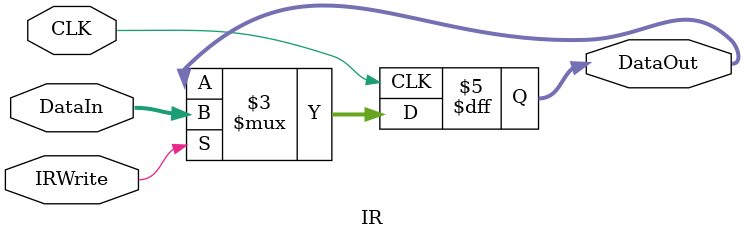
<source format=v>
`timescale 1ns / 1ps
module IR(IRWrite, DataIn, DataOut ,CLK);
input [31:0] DataIn;
input CLK, IRWrite;
output [31:0] DataOut;
reg [31:0] DataOut;

always @(posedge CLK) begin
 if(IRWrite==1'b1) begin
 DataOut <= DataIn;
 end
 end
endmodule 

</source>
